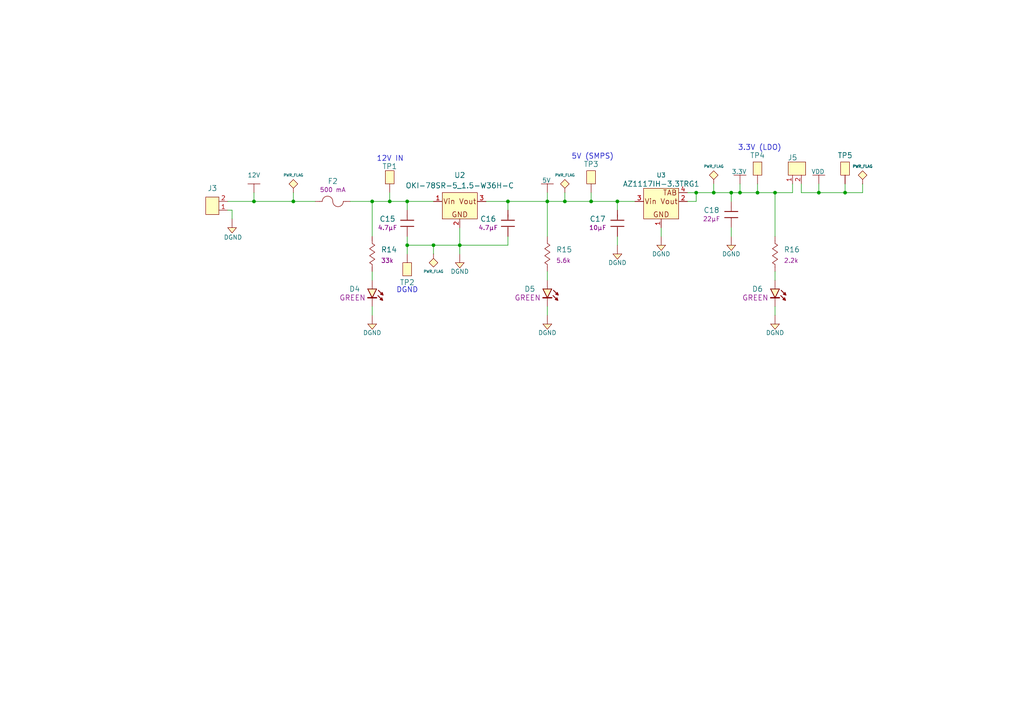
<source format=kicad_sch>
(kicad_sch (version 20231120) (generator "eeschema") (generator_version "8.0")
  (paper "A4")
  (title_block (title "LV_PSU") (date "2024-05-13") (comment 1 "Gérémy Sauvageau"))
  (lib_symbols
    (symbol "39511000440_1" (pin_numbers hide) (pin_names (offset 0) hide)
      (property "Reference" "F" (at 0 2.794 0))
      (property "Current Rating (A)" "1A" (at 0 -2.54 0))
      (symbol "39511000440_1_0_1"
        (rectangle (start -3.81 0) (end -3.048 0) (fill (type background)))
        (arc (start 0 0) (mid 1.524 -1.5174) (end 3.048 0))
        (rectangle (start 3.048 0) (end 3.81 0) (fill (type background)))
      )
      (symbol "39511000440_1_1_1"
        (arc (start 0 0) (mid -1.524 1.5174) (end -3.048 0))
        (pin passive line (at -5.08 0 0) (length 1.27) (name "1") (number "1"))
        (pin passive line (at 5.08 0 180) (length 1.27) (name "2") (number "2"))
      )
    )
    (symbol "Capacitors:885012107005" (pin_numbers hide) (pin_names (offset 0) hide)
      (property "Reference" "C" (at -1.27 4.064 0))
      (property "Capacitance (Farad)" "22µF" (at -1.27 -3.048 0))
      (symbol "885012107005_0_1"
        (polyline (pts (xy -2.54 0) (xy -2.286 0)))
        (polyline (pts (xy -2.159 1.905) (xy -2.159 -1.905)) (stroke (width 0.254)))
        (polyline (pts (xy -0.381 1.905) (xy -0.381 -1.905)) (stroke (width 0.254)))
        (polyline (pts (xy 0 0) (xy -0.254 0)))
        (polyline (pts (xy 0.635 0) (xy 1.27 0)))
      )
      (symbol "885012107005_1_1"
        (pin passive line (at -5.08 0 0) (length 2.54) (name "1") (number "1"))
        (pin passive line (at 2.54 0 180) (length 2.54) (name "2") (number "2"))
      )
    )
    (symbol "Capacitors:885012107014" (pin_numbers hide) (pin_names (offset 0) hide)
      (property "Reference" "C" (at -1.27 4.064 0))
      (property "Capacitance (Farad)" "10µF" (at -1.27 -3.048 0))
      (symbol "885012107014_0_1"
        (polyline (pts (xy -2.54 0) (xy -2.286 0)))
        (polyline (pts (xy -2.159 1.905) (xy -2.159 -1.905)) (stroke (width 0.254)))
        (polyline (pts (xy -0.381 1.905) (xy -0.381 -1.905)) (stroke (width 0.254)))
        (polyline (pts (xy 0 0) (xy -0.254 0)))
        (polyline (pts (xy 0.635 0) (xy 1.27 0)))
      )
      (symbol "885012107014_1_1"
        (pin passive line (at -5.08 0 0) (length 2.54) (name "1") (number "1"))
        (pin passive line (at 2.54 0 180) (length 2.54) (name "2") (number "2"))
      )
    )
    (symbol "Capacitors:885012107018" (pin_numbers hide) (pin_names (offset 0) hide)
      (property "Reference" "C" (at -1.27 4.064 0))
      (property "Capacitance (Farad)" "4.7µF" (at -1.27 -3.048 0))
      (symbol "885012107018_0_1"
        (polyline (pts (xy -2.54 0) (xy -2.286 0)))
        (polyline (pts (xy -2.159 1.905) (xy -2.159 -1.905)) (stroke (width 0.254)))
        (polyline (pts (xy -0.381 1.905) (xy -0.381 -1.905)) (stroke (width 0.254)))
        (polyline (pts (xy 0 0) (xy -0.254 0)))
        (polyline (pts (xy 0.635 0) (xy 1.27 0)))
      )
      (symbol "885012107018_1_1"
        (pin passive line (at -5.08 0 0) (length 2.54) (name "1") (number "1"))
        (pin passive line (at 2.54 0 180) (length 2.54) (name "2") (number "2"))
      )
    )
    (symbol "Connectors:1935161" (pin_names (offset 0) hide)
      (property "Reference" "J" (at -2.54 5.08 0))
      (symbol "1935161_0_0"
        (rectangle (start -3.81 3.81) (end 0 -1.27) (fill (type background)))
      )
      (symbol "1935161_1_1"
        (pin passive line (at 2.54 0 180) (length 2.54) (name "~") (number "1"))
        (pin passive line (at 2.54 2.54 180) (length 2.54) (name "~") (number "2"))
      )
    )
    (symbol "Connectors:Header_Male_Pin_2.54mm_1X2_,_Unshrouded" (pin_names (offset 0) hide)
      (property "Reference" "J" (at -1.27 5.08 0))
      (symbol "Header_Male_Pin_2.54mm_1X2_,_Unshrouded_0_0"
        (rectangle (start -3.81 3.81) (end 0 -1.27) (fill (type background)))
      )
      (symbol "Header_Male_Pin_2.54mm_1X2_,_Unshrouded_1_1"
        (pin passive line (at 2.54 0 180) (length 2.54) (name "~") (number "1"))
        (pin passive line (at 2.54 2.54 180) (length 2.54) (name "~") (number "2"))
      )
    )
    (symbol "Connectors:Test_Point_THM" (pin_numbers hide) (pin_names (offset 0) hide)
      (property "Reference" "TP" (at 0 2.54 0))
      (symbol "Test_Point_THM_0_1"
        (rectangle (start -1.27 1.27) (end 2.54 -1.27) (fill (type background)))
      )
      (symbol "Test_Point_THM_1_1"
        (pin input line (at 5.08 0 180) (length 2.54) (name "TP") (number "1"))
      )
    )
    (symbol "Diodes:150080VS75000" (pin_numbers hide) (pin_names (offset 0) hide)
      (property "Reference" "D" (at -1.27 3.81 0))
      (property "Value" "150080VS75000" (at 0 -5.08 0))
      (symbol "150080VS75000_0_1"
        (polyline (pts (xy 0 -1.27) (xy 0 1.27)) (stroke (width 0.381)))
        (polyline (pts (xy -2.54 1.27) (xy -2.54 -1.27) (xy 0 0) (xy -2.54 1.27)) (stroke (width 0.254)) (fill (type background)))
        (polyline (pts (xy -2.159 -1.778) (xy -0.762 -3.175) (xy -1.016 -2.413) (xy -1.524 -2.921) (xy -0.762 -3.175)) (stroke (width 0.254)) (fill (type outline)))
        (polyline (pts (xy -0.635 -1.651) (xy 0.762 -3.048) (xy 0 -2.794) (xy 0.508 -2.286) (xy 0.762 -3.048)) (stroke (width 0.254)) (fill (type outline)))
      )
      (symbol "150080VS75000_1_1"
        (pin passive line (at 2.54 0 180) (length 2.54) (name "Cathode") (number "1"))
        (pin passive line (at -5.08 0 0) (length 2.54) (name "Anode") (number "2"))
      )
    )
    (symbol "PMIC:AZ1117IH-3.3TRG1" (pin_names (offset 0) hide)
      (property "Reference" "U" (at 0 5.08 0))
      (property "Value" "AZ1117IH-3.3TRG1" (at 0 -10.16 0))
      (symbol "AZ1117IH-3.3TRG1_0_0"
        (rectangle (start -5.08 -5.08) (end 5.08 3.81) (fill (type background)))
        (text "GND" (at 0 -3.81 0) (effects (font (size 1.524 1.524))))
        (text "TAB" (at 2.54 2.54 0) (effects (font (size 1.524 1.524))))
        (text "Vin" (at -3.048 0 0) (effects (font (size 1.524 1.524))))
        (text "Vout" (at 2.286 0 0) (effects (font (size 1.524 1.524))))
      )
      (symbol "AZ1117IH-3.3TRG1_1_1"
        (pin input line (at 0 -7.62 90) (length 2.54) (name "GND") (number "1"))
        (pin input line (at 7.62 0 180) (length 2.54) (name "Vout") (number "2"))
        (pin input line (at -7.62 0 0) (length 2.54) (name "Vin") (number "3"))
        (pin input line (at 7.62 2.54 180) (length 2.54) (name "Vout_(TAB)") (number "4"))
      )
    )
    (symbol "PMIC:OKI-78SR-5_1.5-W36H-C" (pin_names (offset 0) hide)
      (property "Reference" "U" (at 0 3.81 0))
      (property "Value" "OKI-78SR-5_1.5-W36H-C" (at 0 -10.16 0))
      (symbol "OKI-78SR-5_1.5-W36H-C_0_0"
        (text "GND" (at 0 -3.81 0) (effects (font (size 1.524 1.524))))
        (text "Vin" (at -3.048 0 0) (effects (font (size 1.524 1.524))))
        (text "Vout" (at 2.286 0 0) (effects (font (size 1.524 1.524))))
      )
      (symbol "OKI-78SR-5_1.5-W36H-C_0_1"
        (rectangle (start -5.08 -5.08) (end 5.08 2.54) (fill (type background)))
      )
      (symbol "OKI-78SR-5_1.5-W36H-C_1_1"
        (pin input line (at -7.62 0 0) (length 2.54) (name "Vin") (number "1"))
        (pin input line (at 0 -7.62 90) (length 2.54) (name "GND") (number "2"))
        (pin input line (at 7.62 0 180) (length 2.54) (name "Vout") (number "3"))
      )
    )
    (symbol "Power_Port:12V" (power) (pin_numbers hide) (pin_names (offset 0) hide)
      (property "Value" "12V" (at -0.254 3.556 0))
      (symbol "12V_0_1"
        (polyline (pts (xy -1.778 2.54) (xy 0 2.54)))
        (polyline (pts (xy 0 0) (xy 0 2.54)))
        (polyline (pts (xy 0 2.54) (xy 1.778 2.54)))
      )
      (symbol "12V_1_1"
        (pin power_in line (at 0 0 90) (length 0) hide (name "12V") (number "1"))
      )
    )
    (symbol "Power_Port:3.3V" (power) (pin_numbers hide) (pin_names (offset 0) hide)
      (property "Value" "3.3V" (at -0.254 3.556 0))
      (symbol "3.3V_0_1"
        (polyline (pts (xy -1.778 2.54) (xy 0 2.54)))
        (polyline (pts (xy 0 0) (xy 0 2.54)))
        (polyline (pts (xy 0 2.54) (xy 1.778 2.54)))
      )
      (symbol "3.3V_1_1"
        (pin power_in line (at 0 0 90) (length 0) hide (name "3.3V") (number "1"))
      )
    )
    (symbol "Power_Port:5V" (power) (pin_numbers hide) (pin_names (offset 0) hide)
      (property "Value" "5V" (at -0.254 3.556 0))
      (symbol "5V_0_1"
        (polyline (pts (xy -1.778 2.54) (xy 0 2.54)))
        (polyline (pts (xy 0 0) (xy 0 2.54)))
        (polyline (pts (xy 0 2.54) (xy 1.778 2.54)))
      )
      (symbol "5V_1_1"
        (pin power_in line (at 0 0 90) (length 0) hide (name "5V") (number "1"))
      )
    )
    (symbol "Power_Port:DGND" (power) (pin_numbers hide) (pin_names (offset 0) hide)
      (property "Value" "DGND" (at 0 -2.54 0))
      (symbol "DGND_0_1"
        (polyline (pts (xy 0 0) (xy 1.27 0)))
        (polyline (pts (xy -1.27 0) (xy 0 -1.524) (xy 1.27 0)) (fill (type background)))
        (polyline (pts (xy 0 2.54) (xy 0 0) (xy -1.27 0)))
      )
      (symbol "DGND_1_1"
        (pin power_in line (at 0 2.54 90) (length 0) hide (name "DGND") (number "1"))
      )
    )
    (symbol "Power_Port:PWR_FLAG" (power) (pin_numbers hide) (pin_names (offset 0) hide)
      (property "Value" "PWR_FLAG" (at 0 5.08 0))
      (symbol "PWR_FLAG_0_0"
        (pin power_out line (at 0 0 90) (length 0) (name "pwr") (number "1"))
      )
      (symbol "PWR_FLAG_0_1"
        (polyline (pts (xy 0 0) (xy 0 1.27) (xy -1.27 2.54) (xy 0 3.81) (xy 1.27 2.54) (xy 0 1.27)) (fill (type background)))
      )
    )
    (symbol "Power_Port:VDD" (power) (pin_numbers hide) (pin_names (offset 0) hide)
      (property "Value" "VDD" (at -0.254 3.556 0))
      (symbol "VDD_0_1"
        (polyline (pts (xy -1.778 2.54) (xy 0 2.54)))
        (polyline (pts (xy 0 0) (xy 0 2.54)))
        (polyline (pts (xy 0 2.54) (xy 1.778 2.54)))
      )
      (symbol "VDD_1_1"
        (pin power_in line (at 0 0 90) (length 0) hide (name "VDD") (number "1"))
      )
    )
    (symbol "Resistors:RC0805FR-075K6L" (pin_numbers hide) (pin_names (offset 0) hide)
      (property "Reference" "R" (at 0 2.032 0))
      (property "Resistance (Ohms)" "5.6k" (at 0 -1.778 0))
      (symbol "RC0805FR-075K6L_0_1"
        (rectangle (start -3.048 0) (end -3.81 0))
        (polyline (pts (xy -3.048 0) (xy -2.54 0.762) (xy -2.032 0) (xy -1.524 -0.762) (xy -1.016 0) (xy -0.508 0.762) (xy 0 0) (xy 0.508 -0.762) (xy 1.016 0) (xy 1.524 0.762) (xy 2.032 0) (xy 2.54 -0.762) (xy 3.048 0)))
        (rectangle (start 3.81 0) (end 3.048 0))
      )
      (symbol "RC0805FR-075K6L_1_1"
        (pin passive line (at -5.08 0 0) (length 1.27) (name "1") (number "1"))
        (pin passive line (at 5.08 0 180) (length 1.27) (name "2") (number "2"))
      )
    )
    (symbol "Resistors:RC0805JR-072K2L" (pin_numbers hide) (pin_names (offset 0) hide)
      (property "Reference" "R" (at 0 2.032 0))
      (property "Resistance (Ohms)" "2.2k" (at 0 -1.778 0))
      (symbol "RC0805JR-072K2L_0_1"
        (rectangle (start -3.048 0) (end -3.81 0))
        (polyline (pts (xy -3.048 0) (xy -2.54 0.762) (xy -2.032 0) (xy -1.524 -0.762) (xy -1.016 0) (xy -0.508 0.762) (xy 0 0) (xy 0.508 -0.762) (xy 1.016 0) (xy 1.524 0.762) (xy 2.032 0) (xy 2.54 -0.762) (xy 3.048 0)))
        (rectangle (start 3.81 0) (end 3.048 0))
      )
      (symbol "RC0805JR-072K2L_1_1"
        (pin passive line (at -5.08 0 0) (length 1.27) (name "1") (number "1"))
        (pin passive line (at 5.08 0 180) (length 1.27) (name "2") (number "2"))
      )
    )
    (symbol "Resistors:RC0805JR-0733KL" (pin_numbers hide) (pin_names (offset 0) hide)
      (property "Reference" "R" (at 0 2.032 0))
      (property "Resistance (Ohms)" "33k" (at 0 -1.778 0))
      (symbol "RC0805JR-0733KL_0_1"
        (rectangle (start -3.048 0) (end -3.81 0))
        (polyline (pts (xy -3.048 0) (xy -2.54 0.762) (xy -2.032 0) (xy -1.524 -0.762) (xy -1.016 0) (xy -0.508 0.762) (xy 0 0) (xy 0.508 -0.762) (xy 1.016 0) (xy 1.524 0.762) (xy 2.032 0) (xy 2.54 -0.762) (xy 3.048 0)))
        (rectangle (start 3.81 0) (end 3.048 0))
      )
      (symbol "RC0805JR-0733KL_1_1"
        (pin passive line (at -5.08 0 0) (length 1.27) (name "1") (number "1"))
        (pin passive line (at 5.08 0 180) (length 1.27) (name "2") (number "2"))
      )
    )
  )
  (junction (at 158.75 58.42))
  (junction (at 133.35 71.12))
  (junction (at 237.49 55.88))
  (junction (at 147.32 58.42))
  (junction (at 219.71 55.88))
  (junction (at 245.11 55.88))
  (junction (at 201.93 55.88))
  (junction (at 85.09 58.42))
  (junction (at 118.11 71.12))
  (junction (at 207.01 55.88))
  (junction (at 113.03 58.42))
  (junction (at 214.63 55.88))
  (junction (at 212.09 55.88))
  (junction (at 107.95 58.42))
  (junction (at 125.73 71.12))
  (junction (at 179.07 58.42))
  (junction (at 224.79 55.88))
  (junction (at 171.45 58.42))
  (junction (at 118.11 58.42))
  (junction (at 163.83 58.42))
  (junction (at 73.66 58.42))
  (wire (pts (xy 118.11 58.42) (xy 118.11 60.96)))
  (wire (pts (xy 125.73 73.66) (xy 125.73 71.12)))
  (wire (pts (xy 147.32 60.96) (xy 147.32 58.42)))
  (wire (pts (xy 250.19 55.88) (xy 250.19 53.34)))
  (wire (pts (xy 113.03 58.42) (xy 118.11 58.42)))
  (wire (pts (xy 101.6 58.42) (xy 107.95 58.42)))
  (wire (pts (xy 201.93 55.88) (xy 207.01 55.88)))
  (wire (pts (xy 207.01 55.88) (xy 207.01 53.34)))
  (wire (pts (xy 118.11 71.12) (xy 125.73 71.12)))
  (wire (pts (xy 179.07 68.58) (xy 179.07 71.12)))
  (wire (pts (xy 133.35 71.12) (xy 147.32 71.12)))
  (wire (pts (xy 163.83 58.42) (xy 163.83 55.88)))
  (wire (pts (xy 232.41 53.34) (xy 232.41 55.88)))
  (wire (pts (xy 158.75 55.88) (xy 158.75 58.42)))
  (wire (pts (xy 67.31 63.5) (xy 67.31 60.96)))
  (wire (pts (xy 224.79 55.88) (xy 229.87 55.88)))
  (wire (pts (xy 107.95 58.42) (xy 113.03 58.42)))
  (wire (pts (xy 237.49 55.88) (xy 245.11 55.88)))
  (wire (pts (xy 214.63 53.34) (xy 214.63 55.88)))
  (wire (pts (xy 212.09 55.88) (xy 214.63 55.88)))
  (wire (pts (xy 118.11 71.12) (xy 118.11 73.66)))
  (wire (pts (xy 125.73 71.12) (xy 133.35 71.12)))
  (wire (pts (xy 199.39 55.88) (xy 201.93 55.88)))
  (wire (pts (xy 245.11 55.88) (xy 245.11 53.34)))
  (wire (pts (xy 158.75 88.9) (xy 158.75 91.44)))
  (wire (pts (xy 147.32 58.42) (xy 158.75 58.42)))
  (wire (pts (xy 191.77 66.04) (xy 191.77 68.58)))
  (wire (pts (xy 201.93 55.88) (xy 201.93 58.42)))
  (wire (pts (xy 107.95 68.58) (xy 107.95 58.42)))
  (wire (pts (xy 229.87 55.88) (xy 229.87 53.34)))
  (wire (pts (xy 219.71 55.88) (xy 219.71 53.34)))
  (wire (pts (xy 224.79 55.88) (xy 224.79 68.58)))
  (wire (pts (xy 67.31 60.96) (xy 66.04 60.96)))
  (wire (pts (xy 219.71 55.88) (xy 224.79 55.88)))
  (wire (pts (xy 73.66 58.42) (xy 85.09 58.42)))
  (wire (pts (xy 140.97 58.42) (xy 147.32 58.42)))
  (wire (pts (xy 158.75 58.42) (xy 163.83 58.42)))
  (wire (pts (xy 212.09 66.04) (xy 212.09 68.58)))
  (wire (pts (xy 147.32 71.12) (xy 147.32 68.58)))
  (wire (pts (xy 66.04 58.42) (xy 73.66 58.42)))
  (wire (pts (xy 133.35 71.12) (xy 133.35 73.66)))
  (wire (pts (xy 118.11 58.42) (xy 125.73 58.42)))
  (wire (pts (xy 163.83 58.42) (xy 171.45 58.42)))
  (wire (pts (xy 73.66 55.88) (xy 73.66 58.42)))
  (wire (pts (xy 85.09 55.88) (xy 85.09 58.42)))
  (wire (pts (xy 85.09 58.42) (xy 91.44 58.42)))
  (wire (pts (xy 201.93 58.42) (xy 199.39 58.42)))
  (wire (pts (xy 118.11 68.58) (xy 118.11 71.12)))
  (wire (pts (xy 214.63 55.88) (xy 219.71 55.88)))
  (wire (pts (xy 107.95 88.9) (xy 107.95 91.44)))
  (wire (pts (xy 158.75 68.58) (xy 158.75 58.42)))
  (wire (pts (xy 224.79 78.74) (xy 224.79 81.28)))
  (wire (pts (xy 133.35 66.04) (xy 133.35 71.12)))
  (wire (pts (xy 171.45 58.42) (xy 179.07 58.42)))
  (wire (pts (xy 113.03 58.42) (xy 113.03 55.88)))
  (wire (pts (xy 232.41 55.88) (xy 237.49 55.88)))
  (wire (pts (xy 237.49 55.88) (xy 237.49 53.34)))
  (wire (pts (xy 171.45 55.88) (xy 171.45 58.42)))
  (wire (pts (xy 107.95 78.74) (xy 107.95 81.28)))
  (wire (pts (xy 224.79 88.9) (xy 224.79 91.44)))
  (wire (pts (xy 179.07 60.96) (xy 179.07 58.42)))
  (wire (pts (xy 212.09 55.88) (xy 212.09 58.42)))
  (wire (pts (xy 179.07 58.42) (xy 184.15 58.42)))
  (wire (pts (xy 207.01 55.88) (xy 212.09 55.88)))
  (wire (pts (xy 245.11 55.88) (xy 250.19 55.88)))
  (wire (pts (xy 158.75 78.74) (xy 158.75 81.28)))
  (text "12V IN" (at 109.22 46.99 0) (effects (font (size 1.524 1.524)) (justify left bottom)))
  (text "3.3V (LDO)" (at 213.995 43.815 0) (effects (font (size 1.524 1.524)) (justify left bottom)))
  (text "5V (SMPS)" (at 165.735 46.355 0) (effects (font (size 1.524 1.524)) (justify left bottom)))
  (text "DGND" (at 114.935 85.09 0) (effects (font (size 1.524 1.524)) (justify left bottom)))
  (symbol (lib_id "Power_Port:PWR_FLAG") (at 85.09 55.88 0) (unit 1)
    (property "Reference" "#FLG01" (effects (hide yes)))
    (property "Value" "PWR_FLAG" (at 85.09 50.8 0) (effects (font (size 0.762 0.762))))
  )
  (symbol (lib_id "Capacitors:885012107018") (at 147.32 63.5 90) (unit 1)
    (property "Reference" "C16" (at 141.605 63.5 90) (effects (font (size 1.524 1.524))))
    (property "Value" "885012107018" (effects (hide yes)))
    (property "Footprint" "Capacitors:C0805" (effects (hide yes)))
    (property "Datasheet" "D" (effects (hide yes)))
    (property "Description" "CAP CER 4.7UF 25V X5R 0805" (effects (hide yes)))
    (property "Supplier" "Digikey" (effects (hide yes)))
    (property "Supplier Part Number" "732-7628-1-ND" (effects (hide yes)))
    (property "Manufacturer" "Wurth Electronics Inc." (effects (hide yes)))
    (property "Manufacturer Part Number" "885012107018" (effects (hide yes)))
    (property "Capacitance (Farad)" "4.7µF" (at 141.605 66.04 90))
    (property "Tolerance (%)" "±20%" (effects (hide yes)))
    (property "Voltage Rated (Volt)" "25V" (effects (hide yes)))
  )
  (symbol (lib_id "Power_Port:12V") (at 73.66 55.88 0) (unit 1)
    (property "Reference" "#PWR029" (effects (hide yes)))
    (property "Value" "12V" (at 73.66 50.8 0))
  )
  (symbol (lib_id "Capacitors:885012107014") (at 179.07 63.5 90) (unit 1)
    (property "Reference" "C17" (at 173.355 63.5 90) (effects (font (size 1.524 1.524))))
    (property "Value" "885012107014" (effects (hide yes)))
    (property "Footprint" "Capacitors:C0805" (effects (hide yes)))
    (property "Datasheet" "D" (effects (hide yes)))
    (property "Description" "CAP CER 10UF 16V X5R 0805" (effects (hide yes)))
    (property "Supplier" "Digikey" (effects (hide yes)))
    (property "Supplier Part Number" "732-7624-1-ND" (effects (hide yes)))
    (property "Manufacturer" "Wurth Electronics Inc." (effects (hide yes)))
    (property "Manufacturer Part Number" "885012007027" (effects (hide yes)))
    (property "Capacitance (Farad)" "10µF" (at 173.355 66.04 90))
    (property "Tolerance (%)" "±20%" (effects (hide yes)))
    (property "Voltage Rated (Volt)" "16V" (effects (hide yes)))
  )
  (symbol (lib_id "PMIC:OKI-78SR-5_1.5-W36H-C") (at 133.35 58.42 0) (unit 1)
    (property "Reference" "U2" (at 133.35 50.8 0) (effects (font (size 1.524 1.524))))
    (property "Value" "OKI-78SR-5_1.5-W36H-C" (at 133.35 53.8226 0) (effects (font (size 1.524 1.524))))
    (property "Footprint" "Assembly:OKI-78SR_Horizontal" (effects (hide yes)))
    (property "Datasheet" "http://power.murata.com/data/power/oki-78sr.pdf" (effects (hide yes)))
    (property "Description" "DC/DC CONVERTER 5V 8W" (effects (hide yes)))
    (property "Supplier" "Digikey" (effects (hide yes)))
    (property "Supplier Part Number" "811-2692-ND" (effects (hide yes)))
    (property "Manufacturer" "Murata Power Solutions Inc." (effects (hide yes)))
    (property "Manufacturer Part Number" "OKI-78SR-5/1.5-W36H-C" (effects (hide yes)))
    (property "Voltage - Input (Min)" "7V" (effects (hide yes)))
    (property "Voltage - Input (Max)" "36V" (effects (hide yes)))
    (property "Voltage - Output (Min/Fixed)" "5V" (effects (hide yes)))
    (property "Current - Output" "1.5A" (effects (hide yes)))
  )
  (symbol (lib_id "Connectors:Test_Point_THM") (at 219.71 48.26 270) (unit 1)
    (property "Reference" "TP4" (at 219.71 45.085 90) (effects (font (size 1.524 1.524))))
    (property "Value" "Test_Point_THM" (effects (hide yes)))
    (property "Footprint" "Connectors:Keystone_5001" (effects (hide yes)))
    (property "Datasheet" "http://keyelco.com/userAssets/file/M65p56.pdf" (effects (hide yes)))
    (property "Description" "TEST POINT PC MINI .040\"D BLACK" (effects (hide yes)))
    (property "Supplier" "Digikey" (effects (hide yes)))
    (property "Supplier Part Number" "36-5001-ND" (effects (hide yes)))
    (property "Manufacturer" "Keystone Electronics" (effects (hide yes)))
    (property "Manufacturer Part Number" "5001" (effects (hide yes)))
  )
  (symbol (lib_id "Connectors:Test_Point_THM") (at 118.11 78.74 90) (unit 1)
    (property "Reference" "TP2" (at 118.11 81.915 90) (effects (font (size 1.524 1.524))))
    (property "Value" "Test_Point_THM" (effects (hide yes)))
    (property "Footprint" "Connectors:Keystone_5001" (effects (hide yes)))
    (property "Datasheet" "http://keyelco.com/userAssets/file/M65p56.pdf" (effects (hide yes)))
    (property "Description" "TEST POINT PC MINI .040\"D BLACK" (effects (hide yes)))
    (property "Supplier" "Digikey" (effects (hide yes)))
    (property "Supplier Part Number" "36-5001-ND" (effects (hide yes)))
    (property "Manufacturer" "Keystone Electronics" (effects (hide yes)))
    (property "Manufacturer Part Number" "5001" (effects (hide yes)))
  )
  (symbol (lib_id "Connectors:Test_Point_THM") (at 113.03 50.8 270) (unit 1)
    (property "Reference" "TP1" (at 113.03 48.26 90) (effects (font (size 1.524 1.524))))
    (property "Value" "Test_Point_THM" (effects (hide yes)))
    (property "Footprint" "Connectors:Keystone_5001" (effects (hide yes)))
    (property "Datasheet" "http://keyelco.com/userAssets/file/M65p56.pdf" (effects (hide yes)))
    (property "Description" "TEST POINT PC MINI .040\"D BLACK" (effects (hide yes)))
    (property "Supplier" "Digikey" (effects (hide yes)))
    (property "Supplier Part Number" "36-5001-ND" (effects (hide yes)))
    (property "Manufacturer" "Keystone Electronics" (effects (hide yes)))
    (property "Manufacturer Part Number" "5001" (effects (hide yes)))
  )
  (symbol (lib_id "PMIC:AZ1117IH-3.3TRG1") (at 191.77 58.42 0) (unit 1)
    (property "Reference" "U3" (at 191.77 50.8 0))
    (property "Value" "AZ1117IH-3.3TRG1" (at 191.77 53.34 0) (effects (font (size 1.524 1.524))))
    (property "Footprint" "IC:SOT-223-3" (effects (hide yes)))
    (property "Datasheet" "https://www.diodes.com/assets/Datasheets/AZ1117I.pdf" (effects (hide yes)))
    (property "Description" "IC REG LDO 3.3V 0.8A SOT223" (effects (hide yes)))
    (property "Supplier" "Digikey" (effects (hide yes)))
    (property "Supplier Part Number" "AZ1117IH-3.3TRG1DICT-ND" (effects (hide yes)))
    (property "Manufacturer" "Diodes Incorporated" (effects (hide yes)))
    (property "Manufacturer Part Number" "AZ1117IH-3.3TRG1" (effects (hide yes)))
    (property "Regulator Topology" "Linear" (effects (hide yes)))
    (property "Voltage - Output" "3.3V" (effects (hide yes)))
    (property "Current - Output" "800mA" (effects (hide yes)))
    (property "Voltage - Dropout (Typical)" "1.2V @ 800mA" (effects (hide yes)))
    (property "Voltage - Input" "Up to 15V" (effects (hide yes)))
    (property "Current - Limit (Min)" "800mA" (effects (hide yes)))
  )
  (symbol (lib_id "Power_Port:DGND") (at 212.09 71.12 0) (unit 1)
    (property "Reference" "#PWR038" (effects (hide yes)))
    (property "Value" "DGND" (at 212.09 73.66 0))
  )
  (symbol (lib_id "Capacitors:885012107005") (at 212.09 60.96 90) (unit 1)
    (property "Reference" "C18" (at 206.375 60.96 90) (effects (font (size 1.524 1.524))))
    (property "Value" "885012107005" (effects (hide yes)))
    (property "Footprint" "Capacitors:C0805" (effects (hide yes)))
    (property "Datasheet" "D" (effects (hide yes)))
    (property "Description" "CAP CER 22UF 6.3V X5R 0805" (effects (hide yes)))
    (property "Supplier" "Digikey" (effects (hide yes)))
    (property "Supplier Part Number" "732-7616-1-ND" (effects (hide yes)))
    (property "Manufacturer" "Wurth Electronics Inc." (effects (hide yes)))
    (property "Manufacturer Part Number" "885012107005" (effects (hide yes)))
    (property "Capacitance (Farad)" "22µF" (at 206.375 63.5 90))
    (property "Tolerance (%)" "±20%" (effects (hide yes)))
    (property "Voltage Rated (Volt)" "6.3V" (effects (hide yes)))
  )
  (symbol (lib_id "Power_Port:VDD") (at 237.49 53.34 0) (unit 1)
    (property "Reference" "#PWR041" (effects (hide yes)))
    (property "Value" "VDD" (at 237.236 49.784 0))
  )
  (symbol (lib_id "Power_Port:DGND") (at 158.75 93.98 0) (unit 1)
    (property "Reference" "#PWR035" (effects (hide yes)))
    (property "Value" "DGND" (at 158.75 96.52 0))
  )
  (symbol (lib_id "Diodes:150080VS75000") (at 224.79 86.36 90) (mirror x) (unit 1)
    (property "Reference" "D6" (at 219.71 83.82 90) (effects (font (size 1.524 1.524))))
    (property "Value" "150080VS75000" (effects (hide yes)))
    (property "Footprint" "Diodes:LED_0805_GREEN" (effects (hide yes)))
    (property "Datasheet" "http://katalog.we-online.de/led/datasheet/150080VS75000.pdf" (effects (hide yes)))
    (property "Description" "LED GREEN CLEAR 0805 SMD" (effects (hide yes)))
    (property "Supplier" "Digikey" (effects (hide yes)))
    (property "Supplier Part Number" "732-4986-1-ND" (effects (hide yes)))
    (property "Manufacturer" "Wurth Electronics Inc." (effects (hide yes)))
    (property "Manufacturer Part Number" "150080VS75000" (effects (hide yes)))
    (property "Color" "GREEN" (at 219.075 86.36 90) (effects (font (size 1.524 1.524))))
    (property "Voltage - Forward (Vf) (Typ)" "2V" (effects (hide yes)))
  )
  (symbol (lib_id "Resistors:RC0805FR-075K6L") (at 158.75 73.66 90) (unit 1)
    (property "Reference" "R15" (at 161.29 72.39 90) (effects (font (size 1.524 1.524)) (justify right)))
    (property "Value" "RC0805FR-075K6L" (effects (hide yes)))
    (property "Footprint" "Resistors:R0805" (effects (hide yes)))
    (property "Datasheet" "https://www.yageo.com/upload/media/product/productsearch/datasheet/rchip/PYu-RC_Group_51_RoHS_L_12.pdf" (effects (hide yes)))
    (property "Description" "RES 5.6K OHM 1% 1/8W 0805" (effects (hide yes)))
    (property "Supplier" "Digikey" (effects (hide yes)))
    (property "Supplier Part Number" "311-5.60KCRDKR-ND - Digi-Reel®" (effects (hide yes)))
    (property "Manufacturer" "Yageo" (effects (hide yes)))
    (property "Manufacturer Part Number" "RC0805FR-075K6L" (effects (hide yes)))
    (property "Resistance (Ohms)" "5.6k" (at 161.29 75.5649 90) (effects (justify right)))
    (property "Tolerance (%)" "±1%" (effects (hide yes)))
    (property "Puissance (Watts)" "1/8W" (effects (hide yes)))
  )
  (symbol (lib_id "Power_Port:PWR_FLAG") (at 207.01 53.34 0) (unit 1)
    (property "Reference" "#FLG04" (effects (hide yes)))
    (property "Value" "PWR_FLAG" (at 207.01 48.26 0) (effects (font (size 0.762 0.762))))
  )
  (symbol (lib_id "Power_Port:3.3V") (at 214.63 53.34 0) (unit 1)
    (property "Reference" "#PWR039" (effects (hide yes)))
    (property "Value" "3.3V" (at 214.376 49.784 0))
  )
  (symbol (lib_id "Connectors:1935161") (at 63.5 60.96 0) (unit 1)
    (property "Reference" "J3" (at 61.595 54.61 0) (effects (font (size 1.524 1.524))))
    (property "Value" "1935161" (effects (hide yes)))
    (property "Footprint" "Connectors:1935161" (effects (hide yes)))
    (property "Datasheet" "https://media.digikey.com/pdf/Data%20Sheets/Phoenix%20Contact%20PDFs/1935161.pdf" (effects (hide yes)))
    (property "Description" "TERM BLOCK PCB 2POS 5.0MM GREEN" (effects (hide yes)))
    (property "Supplier" "Digikey" (effects (hide yes)))
    (property "Supplier Part Number" "277-1667-ND" (effects (hide yes)))
    (property "Manufacturer" "Phoenix Contact" (effects (hide yes)))
    (property "Manufacturer Part Number" "1935161" (effects (hide yes)))
  )
  (symbol (lib_id "Diodes:150080VS75000") (at 107.95 86.36 90) (mirror x) (unit 1)
    (property "Reference" "D4" (at 102.87 83.82 90) (effects (font (size 1.524 1.524))))
    (property "Value" "150080VS75000" (effects (hide yes)))
    (property "Footprint" "Diodes:LED_0805_GREEN" (effects (hide yes)))
    (property "Datasheet" "http://katalog.we-online.de/led/datasheet/150080VS75000.pdf" (effects (hide yes)))
    (property "Description" "LED GREEN CLEAR 0805 SMD" (effects (hide yes)))
    (property "Supplier" "Digikey" (effects (hide yes)))
    (property "Supplier Part Number" "732-4986-1-ND" (effects (hide yes)))
    (property "Manufacturer" "Wurth Electronics Inc." (effects (hide yes)))
    (property "Manufacturer Part Number" "150080VS75000" (effects (hide yes)))
    (property "Color" "GREEN" (at 102.235 86.36 90) (effects (font (size 1.524 1.524))))
    (property "Voltage - Forward (Vf) (Typ)" "2V" (effects (hide yes)))
  )
  (symbol (lib_id "Power_Port:DGND") (at 179.07 73.66 0) (unit 1)
    (property "Reference" "#PWR036" (effects (hide yes)))
    (property "Value" "DGND" (at 179.07 76.2 0))
  )
  (symbol (lib_id "Power_Port:DGND") (at 224.79 93.98 0) (unit 1)
    (property "Reference" "#PWR040" (effects (hide yes)))
    (property "Value" "DGND" (at 224.79 96.52 0))
  )
  (symbol (lib_id "Resistors:RC0805JR-0733KL") (at 107.95 73.66 90) (unit 1)
    (property "Reference" "R14" (at 110.49 72.39 90) (effects (font (size 1.524 1.524)) (justify right)))
    (property "Value" "RC0805JR-0733KL" (effects (hide yes)))
    (property "Footprint" "Resistors:R0805" (effects (hide yes)))
    (property "Datasheet" "http://www.yageo.com/documents/recent/PYu-RC_Group_51_RoHS_L_7.pdf" (effects (hide yes)))
    (property "Description" "RES SMD 33K OHM 5% 1/8W 0805" (effects (hide yes)))
    (property "Supplier" "Digikey" (effects (hide yes)))
    (property "Supplier Part Number" "311-33KARCT-ND" (effects (hide yes)))
    (property "Manufacturer" "Yageo" (effects (hide yes)))
    (property "Manufacturer Part Number" "RC0805JR-0733KL" (effects (hide yes)))
    (property "Resistance (Ohms)" "33k" (at 110.49 75.5649 90) (effects (justify right)))
    (property "Tolerance (%)" "±5%" (effects (hide yes)))
    (property "Puissance (Watts)" "1/8W" (effects (hide yes)))
  )
  (symbol (lib_id "Connectors:Test_Point_THM") (at 171.45 50.8 270) (unit 1)
    (property "Reference" "TP3" (at 171.45 47.625 90) (effects (font (size 1.524 1.524))))
    (property "Value" "Test_Point_THM" (effects (hide yes)))
    (property "Footprint" "Connectors:Keystone_5001" (effects (hide yes)))
    (property "Datasheet" "http://keyelco.com/userAssets/file/M65p56.pdf" (effects (hide yes)))
    (property "Description" "TEST POINT PC MINI .040\"D BLACK" (effects (hide yes)))
    (property "Supplier" "Digikey" (effects (hide yes)))
    (property "Supplier Part Number" "36-5001-ND" (effects (hide yes)))
    (property "Manufacturer" "Keystone Electronics" (effects (hide yes)))
    (property "Manufacturer Part Number" "5001" (effects (hide yes)))
  )
  (symbol (lib_id "Power_Port:DGND") (at 133.35 76.2 0) (unit 1)
    (property "Reference" "#PWR032" (effects (hide yes)))
    (property "Value" "DGND" (at 133.35 78.74 0))
  )
  (symbol (lib_id "Connectors:Test_Point_THM") (at 245.11 48.26 270) (unit 1)
    (property "Reference" "TP5" (at 245.11 45.085 90) (effects (font (size 1.524 1.524))))
    (property "Value" "Test_Point_THM" (effects (hide yes)))
    (property "Footprint" "Connectors:Keystone_5001" (effects (hide yes)))
    (property "Datasheet" "http://keyelco.com/userAssets/file/M65p56.pdf" (effects (hide yes)))
    (property "Description" "TEST POINT PC MINI .040\"D BLACK" (effects (hide yes)))
    (property "Supplier" "Digikey" (effects (hide yes)))
    (property "Supplier Part Number" "36-5001-ND" (effects (hide yes)))
    (property "Manufacturer" "Keystone Electronics" (effects (hide yes)))
    (property "Manufacturer Part Number" "5001" (effects (hide yes)))
  )
  (symbol (lib_id "Power_Port:PWR_FLAG") (at 125.73 73.66 180) (unit 1)
    (property "Reference" "#FLG02" (effects (hide yes)))
    (property "Value" "PWR_FLAG" (at 125.73 78.74 0) (effects (font (size 0.762 0.762))))
  )
  (symbol (lib_id "Capacitors:885012107018") (at 118.11 63.5 90) (unit 1)
    (property "Reference" "C15" (at 112.395 63.5 90) (effects (font (size 1.524 1.524))))
    (property "Value" "885012107018" (effects (hide yes)))
    (property "Footprint" "Capacitors:C0805" (effects (hide yes)))
    (property "Datasheet" "D" (effects (hide yes)))
    (property "Description" "CAP CER 4.7UF 25V X5R 0805" (effects (hide yes)))
    (property "Supplier" "Digikey" (effects (hide yes)))
    (property "Supplier Part Number" "732-7628-1-ND" (effects (hide yes)))
    (property "Manufacturer" "Wurth Electronics Inc." (effects (hide yes)))
    (property "Manufacturer Part Number" "885012107018" (effects (hide yes)))
    (property "Capacitance (Farad)" "4.7µF" (at 112.395 66.04 90))
    (property "Tolerance (%)" "±20%" (effects (hide yes)))
    (property "Voltage Rated (Volt)" "25V" (effects (hide yes)))
  )
  (symbol (lib_id "Resistors:RC0805JR-072K2L") (at 224.79 73.66 90) (unit 1)
    (property "Reference" "R16" (at 227.33 72.39 90) (effects (font (size 1.524 1.524)) (justify right)))
    (property "Value" "RC0805JR-072K2L" (effects (hide yes)))
    (property "Footprint" "Resistors:R0805" (effects (hide yes)))
    (property "Datasheet" "http://www.yageo.com/documents/recent/PYu-RC_Group_51_RoHS_L_7.pdf" (effects (hide yes)))
    (property "Description" "RES SMD 2.2K OHM 5% 1/8W 0805" (effects (hide yes)))
    (property "Supplier" "Digikey" (effects (hide yes)))
    (property "Supplier Part Number" "311-2.2KARCT-ND" (effects (hide yes)))
    (property "Manufacturer" "Yageo" (effects (hide yes)))
    (property "Manufacturer Part Number" "RC0805JR-072K2L" (effects (hide yes)))
    (property "Resistance (Ohms)" "2.2k" (at 227.33 75.5649 90) (effects (justify right)))
    (property "Tolerance (%)" "±5%" (effects (hide yes)))
    (property "Puissance (Watts)" "1/8W" (effects (hide yes)))
  )
  (symbol (lib_id "Power_Port:5V") (at 158.75 55.88 0) (unit 1)
    (property "Reference" "#PWR034" (effects (hide yes)))
    (property "Value" "5V" (at 158.496 52.324 0))
  )
  (symbol (lib_id "Diodes:150080VS75000") (at 158.75 86.36 90) (mirror x) (unit 1)
    (property "Reference" "D5" (at 153.67 83.82 90) (effects (font (size 1.524 1.524))))
    (property "Value" "150080VS75000" (effects (hide yes)))
    (property "Footprint" "Diodes:LED_0805_GREEN" (effects (hide yes)))
    (property "Datasheet" "http://katalog.we-online.de/led/datasheet/150080VS75000.pdf" (effects (hide yes)))
    (property "Description" "LED GREEN CLEAR 0805 SMD" (effects (hide yes)))
    (property "Supplier" "Digikey" (effects (hide yes)))
    (property "Supplier Part Number" "732-4986-1-ND" (effects (hide yes)))
    (property "Manufacturer" "Wurth Electronics Inc." (effects (hide yes)))
    (property "Manufacturer Part Number" "150080VS75000" (effects (hide yes)))
    (property "Color" "GREEN" (at 153.035 86.36 90) (effects (font (size 1.524 1.524))))
    (property "Voltage - Forward (Vf) (Typ)" "2V" (effects (hide yes)))
  )
  (symbol (lib_id "Connectors:Header_Male_Pin_2.54mm_1X2_,_Unshrouded") (at 229.87 50.8 270) (unit 1)
    (property "Reference" "J5" (at 229.87 45.72 90) (effects (font (size 1.524 1.524))))
    (property "Value" "Header_Male_Pin_2.54mm_1X2_,_Unshrouded" (effects (hide yes)))
    (property "Footprint" "Connectors:Headers_2.54mm_1X2" (effects (hide yes)))
    (property "Datasheet" "D" (effects (hide yes)))
    (property "Description" "Pin Male Single Row Pin Header Strip" (effects (hide yes)))
    (property "Supplier" "Ebay" (effects (hide yes)))
    (property "Supplier Part Number" "Pin Male Single Row Pin Header Strip" (effects (hide yes)))
    (property "Manufacturer" "Manufacturer" (effects (hide yes)))
    (property "Manufacturer Part Number" "Manufacturer Part Number" (effects (hide yes)))
  )
  (symbol (lib_id "Power_Port:DGND") (at 107.95 93.98 0) (unit 1)
    (property "Reference" "#PWR031" (effects (hide yes)))
    (property "Value" "DGND" (at 107.95 96.52 0))
  )
  (symbol (lib_name "39511000440_1") (lib_id "Fuses:39511000440") (at 96.52 58.42 0) (unit 1)
    (property "Reference" "F2" (at 96.52 52.5526 0) (effects (font (size 1.524 1.524))))
    (property "Value" "39511000440" (effects (hide yes)))
    (property "Footprint" "Fuses:TE5_395" (effects (hide yes)))
    (property "Datasheet" "http://www.littelfuse.com/~/media/electronics/datasheets/fuses/littelfuse_fuse_395_datasheet.pdf.pdf" (effects (hide yes)))
    (property "Description" "FUSE HOLDER RADIAL 250V 6.3A PCB" (effects (hide yes)))
    (property "Supplier" "Digikey" (effects (hide yes)))
    (property "Supplier Part Number" "WK0009-ND" (effects (hide yes)))
    (property "Manufacturer" "Littelfuse Inc." (effects (hide yes)))
    (property "Manufacturer Part Number" "56200001009" (effects (hide yes)))
    (property "Current Rating (A)" "500 mA" (at 96.52 55.0418 0))
    (property "Voltage Rating - DC" "-" (effects (hide yes)))
    (property "Voltage Rating - AC" "125V" (effects (hide yes)))
    (property "Fuse Holder" "Fuse Holder" (effects (hide yes)))
  )
  (symbol (lib_id "Power_Port:PWR_FLAG") (at 163.83 55.88 0) (unit 1)
    (property "Reference" "#FLG03" (effects (hide yes)))
    (property "Value" "PWR_FLAG" (at 163.83 50.8 0) (effects (font (size 0.762 0.762))))
  )
  (symbol (lib_id "Power_Port:DGND") (at 191.77 71.12 0) (unit 1)
    (property "Reference" "#PWR037" (effects (hide yes)))
    (property "Value" "DGND" (at 191.77 73.66 0))
  )
  (symbol (lib_id "Power_Port:DGND") (at 67.31 66.04 0) (unit 1)
    (property "Reference" "#PWR028" (effects (hide yes)))
    (property "Value" "DGND" (at 67.564 68.834 0))
  )
  (symbol (lib_id "Power_Port:PWR_FLAG") (at 250.19 53.34 0) (unit 1)
    (property "Reference" "#FLG05" (effects (hide yes)))
    (property "Value" "PWR_FLAG" (at 250.19 48.26 0) (effects (font (size 0.762 0.762))))
  )
)
</source>
